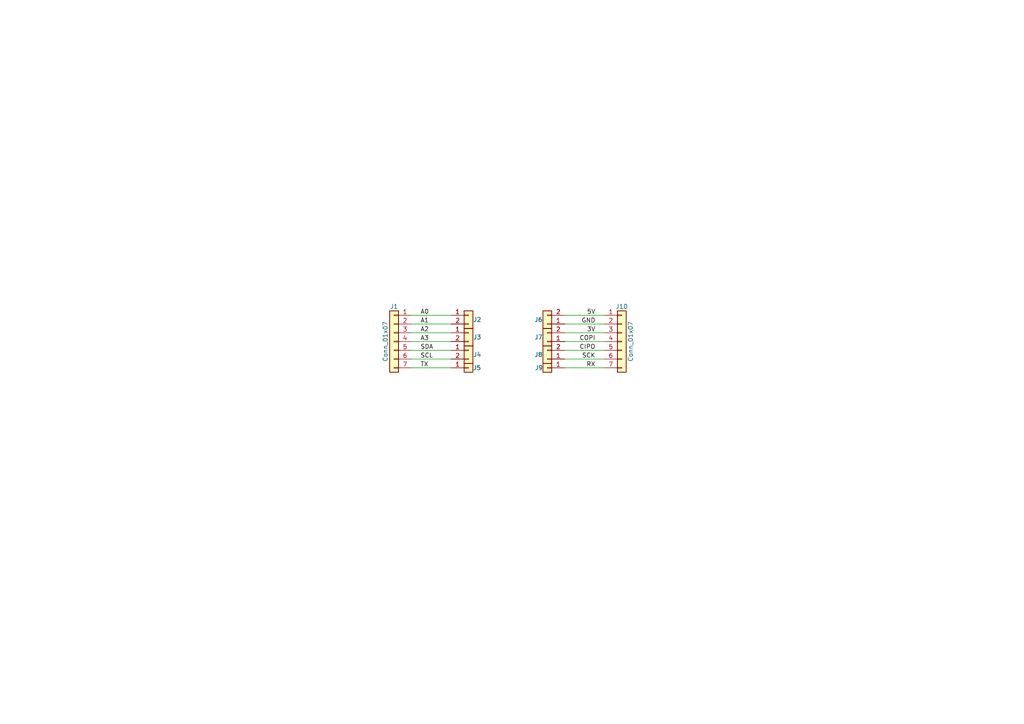
<source format=kicad_sch>
(kicad_sch (version 20211123) (generator eeschema)

  (uuid e63e39d7-6ac0-4ffd-8aa3-1841a4541b55)

  (paper "A4")

  (lib_symbols
    (symbol "Connector_Generic:Conn_01x01" (pin_names (offset 1.016) hide) (in_bom yes) (on_board yes)
      (property "Reference" "J" (id 0) (at 0 2.54 0)
        (effects (font (size 1.27 1.27)))
      )
      (property "Value" "Conn_01x01" (id 1) (at 0 -2.54 0)
        (effects (font (size 1.27 1.27)))
      )
      (property "Footprint" "" (id 2) (at 0 0 0)
        (effects (font (size 1.27 1.27)) hide)
      )
      (property "Datasheet" "~" (id 3) (at 0 0 0)
        (effects (font (size 1.27 1.27)) hide)
      )
      (property "ki_keywords" "connector" (id 4) (at 0 0 0)
        (effects (font (size 1.27 1.27)) hide)
      )
      (property "ki_description" "Generic connector, single row, 01x01, script generated (kicad-library-utils/schlib/autogen/connector/)" (id 5) (at 0 0 0)
        (effects (font (size 1.27 1.27)) hide)
      )
      (property "ki_fp_filters" "Connector*:*_1x??_*" (id 6) (at 0 0 0)
        (effects (font (size 1.27 1.27)) hide)
      )
      (symbol "Conn_01x01_1_1"
        (rectangle (start -1.27 0.127) (end 0 -0.127)
          (stroke (width 0.1524) (type default) (color 0 0 0 0))
          (fill (type none))
        )
        (rectangle (start -1.27 1.27) (end 1.27 -1.27)
          (stroke (width 0.254) (type default) (color 0 0 0 0))
          (fill (type background))
        )
        (pin passive line (at -5.08 0 0) (length 3.81)
          (name "Pin_1" (effects (font (size 1.27 1.27))))
          (number "1" (effects (font (size 1.27 1.27))))
        )
      )
    )
    (symbol "Connector_Generic:Conn_01x02" (pin_names (offset 1.016) hide) (in_bom yes) (on_board yes)
      (property "Reference" "J" (id 0) (at 0 2.54 0)
        (effects (font (size 1.27 1.27)))
      )
      (property "Value" "Conn_01x02" (id 1) (at 0 -5.08 0)
        (effects (font (size 1.27 1.27)))
      )
      (property "Footprint" "" (id 2) (at 0 0 0)
        (effects (font (size 1.27 1.27)) hide)
      )
      (property "Datasheet" "~" (id 3) (at 0 0 0)
        (effects (font (size 1.27 1.27)) hide)
      )
      (property "ki_keywords" "connector" (id 4) (at 0 0 0)
        (effects (font (size 1.27 1.27)) hide)
      )
      (property "ki_description" "Generic connector, single row, 01x02, script generated (kicad-library-utils/schlib/autogen/connector/)" (id 5) (at 0 0 0)
        (effects (font (size 1.27 1.27)) hide)
      )
      (property "ki_fp_filters" "Connector*:*_1x??_*" (id 6) (at 0 0 0)
        (effects (font (size 1.27 1.27)) hide)
      )
      (symbol "Conn_01x02_1_1"
        (rectangle (start -1.27 -2.413) (end 0 -2.667)
          (stroke (width 0.1524) (type default) (color 0 0 0 0))
          (fill (type none))
        )
        (rectangle (start -1.27 0.127) (end 0 -0.127)
          (stroke (width 0.1524) (type default) (color 0 0 0 0))
          (fill (type none))
        )
        (rectangle (start -1.27 1.27) (end 1.27 -3.81)
          (stroke (width 0.254) (type default) (color 0 0 0 0))
          (fill (type background))
        )
        (pin passive line (at -5.08 0 0) (length 3.81)
          (name "Pin_1" (effects (font (size 1.27 1.27))))
          (number "1" (effects (font (size 1.27 1.27))))
        )
        (pin passive line (at -5.08 -2.54 0) (length 3.81)
          (name "Pin_2" (effects (font (size 1.27 1.27))))
          (number "2" (effects (font (size 1.27 1.27))))
        )
      )
    )
    (symbol "Connector_Generic:Conn_01x07" (pin_names (offset 1.016) hide) (in_bom yes) (on_board yes)
      (property "Reference" "J" (id 0) (at 0 10.16 0)
        (effects (font (size 1.27 1.27)))
      )
      (property "Value" "Conn_01x07" (id 1) (at 0 -10.16 0)
        (effects (font (size 1.27 1.27)))
      )
      (property "Footprint" "" (id 2) (at 0 0 0)
        (effects (font (size 1.27 1.27)) hide)
      )
      (property "Datasheet" "~" (id 3) (at 0 0 0)
        (effects (font (size 1.27 1.27)) hide)
      )
      (property "ki_keywords" "connector" (id 4) (at 0 0 0)
        (effects (font (size 1.27 1.27)) hide)
      )
      (property "ki_description" "Generic connector, single row, 01x07, script generated (kicad-library-utils/schlib/autogen/connector/)" (id 5) (at 0 0 0)
        (effects (font (size 1.27 1.27)) hide)
      )
      (property "ki_fp_filters" "Connector*:*_1x??_*" (id 6) (at 0 0 0)
        (effects (font (size 1.27 1.27)) hide)
      )
      (symbol "Conn_01x07_1_1"
        (rectangle (start -1.27 -7.493) (end 0 -7.747)
          (stroke (width 0.1524) (type default) (color 0 0 0 0))
          (fill (type none))
        )
        (rectangle (start -1.27 -4.953) (end 0 -5.207)
          (stroke (width 0.1524) (type default) (color 0 0 0 0))
          (fill (type none))
        )
        (rectangle (start -1.27 -2.413) (end 0 -2.667)
          (stroke (width 0.1524) (type default) (color 0 0 0 0))
          (fill (type none))
        )
        (rectangle (start -1.27 0.127) (end 0 -0.127)
          (stroke (width 0.1524) (type default) (color 0 0 0 0))
          (fill (type none))
        )
        (rectangle (start -1.27 2.667) (end 0 2.413)
          (stroke (width 0.1524) (type default) (color 0 0 0 0))
          (fill (type none))
        )
        (rectangle (start -1.27 5.207) (end 0 4.953)
          (stroke (width 0.1524) (type default) (color 0 0 0 0))
          (fill (type none))
        )
        (rectangle (start -1.27 7.747) (end 0 7.493)
          (stroke (width 0.1524) (type default) (color 0 0 0 0))
          (fill (type none))
        )
        (rectangle (start -1.27 8.89) (end 1.27 -8.89)
          (stroke (width 0.254) (type default) (color 0 0 0 0))
          (fill (type background))
        )
        (pin passive line (at -5.08 7.62 0) (length 3.81)
          (name "Pin_1" (effects (font (size 1.27 1.27))))
          (number "1" (effects (font (size 1.27 1.27))))
        )
        (pin passive line (at -5.08 5.08 0) (length 3.81)
          (name "Pin_2" (effects (font (size 1.27 1.27))))
          (number "2" (effects (font (size 1.27 1.27))))
        )
        (pin passive line (at -5.08 2.54 0) (length 3.81)
          (name "Pin_3" (effects (font (size 1.27 1.27))))
          (number "3" (effects (font (size 1.27 1.27))))
        )
        (pin passive line (at -5.08 0 0) (length 3.81)
          (name "Pin_4" (effects (font (size 1.27 1.27))))
          (number "4" (effects (font (size 1.27 1.27))))
        )
        (pin passive line (at -5.08 -2.54 0) (length 3.81)
          (name "Pin_5" (effects (font (size 1.27 1.27))))
          (number "5" (effects (font (size 1.27 1.27))))
        )
        (pin passive line (at -5.08 -5.08 0) (length 3.81)
          (name "Pin_6" (effects (font (size 1.27 1.27))))
          (number "6" (effects (font (size 1.27 1.27))))
        )
        (pin passive line (at -5.08 -7.62 0) (length 3.81)
          (name "Pin_7" (effects (font (size 1.27 1.27))))
          (number "7" (effects (font (size 1.27 1.27))))
        )
      )
    )
  )


  (wire (pts (xy 130.81 91.44) (xy 119.38 91.44))
    (stroke (width 0) (type default) (color 0 0 0 0))
    (uuid 076ca4ed-6140-46c8-93d9-6479b702ad82)
  )
  (wire (pts (xy 130.81 96.52) (xy 119.38 96.52))
    (stroke (width 0) (type default) (color 0 0 0 0))
    (uuid 329a1b7e-0b95-4d89-bef8-bf9a02365a92)
  )
  (wire (pts (xy 130.81 101.6) (xy 119.38 101.6))
    (stroke (width 0) (type default) (color 0 0 0 0))
    (uuid 350f285a-0c9e-404b-a033-73ca5396c4aa)
  )
  (wire (pts (xy 130.81 99.06) (xy 119.38 99.06))
    (stroke (width 0) (type default) (color 0 0 0 0))
    (uuid 72d1a29a-7888-4cef-991b-6e0289725c8e)
  )
  (wire (pts (xy 175.26 91.44) (xy 163.83 91.44))
    (stroke (width 0) (type default) (color 0 0 0 0))
    (uuid 7a2eb6ff-bff9-4f7f-aeff-db9fe9ef54ef)
  )
  (wire (pts (xy 175.26 104.14) (xy 163.83 104.14))
    (stroke (width 0) (type default) (color 0 0 0 0))
    (uuid 7bc9c4d2-4575-4320-ba58-9b6d80b3e1d6)
  )
  (wire (pts (xy 130.81 104.14) (xy 119.38 104.14))
    (stroke (width 0) (type default) (color 0 0 0 0))
    (uuid 8f2cf97d-78ea-4108-836b-298564b800dc)
  )
  (wire (pts (xy 175.26 99.06) (xy 163.83 99.06))
    (stroke (width 0) (type default) (color 0 0 0 0))
    (uuid 979637dd-61bf-47b7-8600-587950272c2d)
  )
  (wire (pts (xy 175.26 106.68) (xy 163.83 106.68))
    (stroke (width 0) (type default) (color 0 0 0 0))
    (uuid 9c682250-07b9-4144-9daa-9b81994f9b47)
  )
  (wire (pts (xy 175.26 101.6) (xy 163.83 101.6))
    (stroke (width 0) (type default) (color 0 0 0 0))
    (uuid a7114714-8796-4342-8284-995951669523)
  )
  (wire (pts (xy 175.26 93.98) (xy 163.83 93.98))
    (stroke (width 0) (type default) (color 0 0 0 0))
    (uuid c40360a3-490d-478f-a1b1-9b0fa7e038ba)
  )
  (wire (pts (xy 130.81 106.68) (xy 119.38 106.68))
    (stroke (width 0) (type default) (color 0 0 0 0))
    (uuid f43b9764-af46-48f3-b6b3-07ef0b88fa80)
  )
  (wire (pts (xy 175.26 96.52) (xy 163.83 96.52))
    (stroke (width 0) (type default) (color 0 0 0 0))
    (uuid f8dd39b1-54f8-40ac-9a5f-5937322f395c)
  )
  (wire (pts (xy 130.81 93.98) (xy 119.38 93.98))
    (stroke (width 0) (type default) (color 0 0 0 0))
    (uuid fe50bd35-3cd7-4bc8-9739-932459be7abd)
  )

  (label "3V" (at 172.72 96.52 180)
    (effects (font (size 1.27 1.27)) (justify right bottom))
    (uuid 1d0529ce-bcb2-4156-88c8-ec166100bfd8)
  )
  (label "RX" (at 172.72 106.68 180)
    (effects (font (size 1.27 1.27)) (justify right bottom))
    (uuid 3037e557-60aa-477a-925b-de72fb7334d8)
  )
  (label "CIPO" (at 172.72 101.6 180)
    (effects (font (size 1.27 1.27)) (justify right bottom))
    (uuid 39225f1b-1cce-4192-ad86-0d2c5f51757d)
  )
  (label "SDA" (at 121.92 101.6 0)
    (effects (font (size 1.27 1.27)) (justify left bottom))
    (uuid 44931649-f40d-4e32-95f4-0eb24da96d6d)
  )
  (label "A2" (at 121.92 96.52 0)
    (effects (font (size 1.27 1.27)) (justify left bottom))
    (uuid 52732907-a6f5-4819-a8a0-f035f2788ca4)
  )
  (label "A0" (at 121.92 91.44 0)
    (effects (font (size 1.27 1.27)) (justify left bottom))
    (uuid 558884dc-4abc-4734-abeb-da5348d2e3c2)
  )
  (label "GND" (at 172.72 93.98 180)
    (effects (font (size 1.27 1.27)) (justify right bottom))
    (uuid 60768776-9a1f-450a-a8ff-fcd8dfd264e6)
  )
  (label "COPI" (at 172.72 99.06 180)
    (effects (font (size 1.27 1.27)) (justify right bottom))
    (uuid 772c51de-fe33-4bf2-bbbf-31aaa180c4f0)
  )
  (label "A1" (at 121.92 93.98 0)
    (effects (font (size 1.27 1.27)) (justify left bottom))
    (uuid 88bb05ce-a8bb-4128-affa-b74a7c2df80c)
  )
  (label "5V" (at 172.72 91.44 180)
    (effects (font (size 1.27 1.27)) (justify right bottom))
    (uuid 8a4b4ac4-b31a-46da-80fa-ae9eb231ea50)
  )
  (label "TX" (at 121.92 106.68 0)
    (effects (font (size 1.27 1.27)) (justify left bottom))
    (uuid abb2f571-bcdb-4102-98ca-bc485aeb8fbe)
  )
  (label "SCL" (at 121.92 104.14 0)
    (effects (font (size 1.27 1.27)) (justify left bottom))
    (uuid b7cf784b-0b0a-4be4-ac02-bf6934c159cb)
  )
  (label "A3" (at 121.92 99.06 0)
    (effects (font (size 1.27 1.27)) (justify left bottom))
    (uuid bd87c8ae-c0f8-478e-afa3-98b6cb999a88)
  )
  (label "SCK" (at 172.72 104.14 180)
    (effects (font (size 1.27 1.27)) (justify right bottom))
    (uuid f4a69755-57ed-49f1-944f-ad82ca6adee5)
  )

  (symbol (lib_id "Connector_Generic:Conn_01x07") (at 180.34 99.06 0) (unit 1)
    (in_bom yes) (on_board yes)
    (uuid 07e13863-bd02-4902-95bb-751411a906f0)
    (property "Reference" "J10" (id 0) (at 180.34 88.9 0))
    (property "Value" "Conn_01x07" (id 1) (at 182.88 99.06 90))
    (property "Footprint" "Connector_PinHeader_2.54mm:PinHeader_1x07_P2.54mm_Vertical" (id 2) (at 180.34 99.06 0)
      (effects (font (size 1.27 1.27)) hide)
    )
    (property "Datasheet" "~" (id 3) (at 180.34 99.06 0)
      (effects (font (size 1.27 1.27)) hide)
    )
    (pin "1" (uuid 3cef2940-746c-45e3-9107-83eef849fa15))
    (pin "2" (uuid c7b292b0-ac16-4994-a215-fc8f695c12a1))
    (pin "3" (uuid 8cc2e8a9-4547-415e-a335-e319531e3f17))
    (pin "4" (uuid 473fe26e-3508-4fcd-8099-026d2891577e))
    (pin "5" (uuid 6174b230-202a-4544-ac7f-e496c309c9b4))
    (pin "6" (uuid 6f6868f2-ab8b-43a0-9153-05949a122e58))
    (pin "7" (uuid f90dade9-e357-4ff5-906b-e9f94c8a25dc))
  )

  (symbol (lib_id "Connector_Generic:Conn_01x02") (at 135.89 96.52 0) (unit 1)
    (in_bom yes) (on_board yes)
    (uuid 38dc9644-3f25-4fea-be7f-dc59bb933979)
    (property "Reference" "J3" (id 0) (at 138.43 97.79 0))
    (property "Value" "Conn_01x02" (id 1) (at 135.89 92.71 0)
      (effects (font (size 1.27 1.27)) hide)
    )
    (property "Footprint" "FlexyPin:FlexyPin_1x02_P2.54mm" (id 2) (at 135.89 96.52 0)
      (effects (font (size 1.27 1.27)) hide)
    )
    (property "Datasheet" "~" (id 3) (at 135.89 96.52 0)
      (effects (font (size 1.27 1.27)) hide)
    )
    (pin "1" (uuid 66f0fd06-2632-4c2a-ab74-5e72aacc5ac4))
    (pin "2" (uuid d63aaa46-4fd9-43ee-90d0-6e95ef1d21c1))
  )

  (symbol (lib_id "Connector_Generic:Conn_01x02") (at 135.89 101.6 0) (unit 1)
    (in_bom yes) (on_board yes)
    (uuid 8340b077-5809-47c3-bb8e-f85cf9ba0261)
    (property "Reference" "J4" (id 0) (at 138.43 102.87 0))
    (property "Value" "Conn_01x02" (id 1) (at 135.89 97.79 0)
      (effects (font (size 1.27 1.27)) hide)
    )
    (property "Footprint" "FlexyPin:FlexyPin_1x02_P2.54mm" (id 2) (at 135.89 101.6 0)
      (effects (font (size 1.27 1.27)) hide)
    )
    (property "Datasheet" "~" (id 3) (at 135.89 101.6 0)
      (effects (font (size 1.27 1.27)) hide)
    )
    (pin "1" (uuid 3a981967-a911-4463-95e2-2fe050615622))
    (pin "2" (uuid 5df0654c-8d6d-486d-b5f4-0be0de8af6ef))
  )

  (symbol (lib_id "Connector_Generic:Conn_01x07") (at 114.3 99.06 0) (mirror y) (unit 1)
    (in_bom yes) (on_board yes)
    (uuid 9397719b-4a3b-4984-a470-967198532930)
    (property "Reference" "J1" (id 0) (at 114.3 88.9 0))
    (property "Value" "Conn_01x07" (id 1) (at 111.76 99.06 90))
    (property "Footprint" "Connector_PinHeader_2.54mm:PinHeader_1x07_P2.54mm_Vertical" (id 2) (at 114.3 99.06 0)
      (effects (font (size 1.27 1.27)) hide)
    )
    (property "Datasheet" "~" (id 3) (at 114.3 99.06 0)
      (effects (font (size 1.27 1.27)) hide)
    )
    (pin "1" (uuid 097d3097-fa09-4a32-9be1-1cd4c3b41b74))
    (pin "2" (uuid 79783b93-0df9-4b72-a9f5-79822605c3d4))
    (pin "3" (uuid 6480f567-1219-4839-b79c-b60ce0891d2c))
    (pin "4" (uuid a9a879f6-429a-422f-9cd1-9d46c6d9a893))
    (pin "5" (uuid 21ad2d31-87c0-48d0-b099-35e068b945ed))
    (pin "6" (uuid ef14ff7d-933f-4ed7-81b7-b321bc525673))
    (pin "7" (uuid b4771cce-1d27-4bd0-9569-66cea3f85bdb))
  )

  (symbol (lib_id "Connector_Generic:Conn_01x01") (at 158.75 106.68 0) (mirror y) (unit 1)
    (in_bom yes) (on_board yes)
    (uuid a2eb2983-1c94-4f2a-873d-16541b59f1e3)
    (property "Reference" "J9" (id 0) (at 157.48 106.68 0)
      (effects (font (size 1.27 1.27)) (justify left))
    )
    (property "Value" "Conn_01x01" (id 1) (at 156.21 107.9499 0)
      (effects (font (size 1.27 1.27)) (justify left) hide)
    )
    (property "Footprint" "FlexyPin:FlexyPin_1x01_P2.54mm" (id 2) (at 158.75 106.68 0)
      (effects (font (size 1.27 1.27)) hide)
    )
    (property "Datasheet" "~" (id 3) (at 158.75 106.68 0)
      (effects (font (size 1.27 1.27)) hide)
    )
    (pin "1" (uuid b80995d0-7839-43d5-a727-3ceef678a641))
  )

  (symbol (lib_id "Connector_Generic:Conn_01x02") (at 158.75 104.14 180) (unit 1)
    (in_bom yes) (on_board yes)
    (uuid c17f9a6e-6669-4413-9c98-da8cfab7ee0c)
    (property "Reference" "J8" (id 0) (at 156.21 102.87 0))
    (property "Value" "Conn_01x02" (id 1) (at 158.75 107.95 0)
      (effects (font (size 1.27 1.27)) hide)
    )
    (property "Footprint" "FlexyPin:FlexyPin_1x02_P2.54mm" (id 2) (at 158.75 104.14 0)
      (effects (font (size 1.27 1.27)) hide)
    )
    (property "Datasheet" "~" (id 3) (at 158.75 104.14 0)
      (effects (font (size 1.27 1.27)) hide)
    )
    (pin "1" (uuid e0e1083e-d470-4cc8-a23c-a2f0a1a7abb9))
    (pin "2" (uuid caf77c10-b579-412d-9f55-c7c8550f8209))
  )

  (symbol (lib_id "Connector_Generic:Conn_01x01") (at 135.89 106.68 0) (unit 1)
    (in_bom yes) (on_board yes)
    (uuid c5846cc0-93d0-4872-9406-ec1da79ae395)
    (property "Reference" "J5" (id 0) (at 137.16 106.68 0)
      (effects (font (size 1.27 1.27)) (justify left))
    )
    (property "Value" "Conn_01x01" (id 1) (at 138.43 107.9499 0)
      (effects (font (size 1.27 1.27)) (justify left) hide)
    )
    (property "Footprint" "FlexyPin:FlexyPin_1x01_P2.54mm" (id 2) (at 135.89 106.68 0)
      (effects (font (size 1.27 1.27)) hide)
    )
    (property "Datasheet" "~" (id 3) (at 135.89 106.68 0)
      (effects (font (size 1.27 1.27)) hide)
    )
    (pin "1" (uuid c3c92638-d398-4baf-b7f9-d7a2cc915eeb))
  )

  (symbol (lib_id "Connector_Generic:Conn_01x02") (at 158.75 93.98 180) (unit 1)
    (in_bom yes) (on_board yes)
    (uuid d9d99eea-e95c-47df-bd75-733c09f64afa)
    (property "Reference" "J6" (id 0) (at 156.21 92.71 0))
    (property "Value" "Conn_01x02" (id 1) (at 158.75 97.79 0)
      (effects (font (size 1.27 1.27)) hide)
    )
    (property "Footprint" "FlexyPin:FlexyPin_1x02_P2.54mm" (id 2) (at 158.75 93.98 0)
      (effects (font (size 1.27 1.27)) hide)
    )
    (property "Datasheet" "~" (id 3) (at 158.75 93.98 0)
      (effects (font (size 1.27 1.27)) hide)
    )
    (pin "1" (uuid 7cc9fb61-ed72-43d3-af8c-16a483709743))
    (pin "2" (uuid 4e444409-2f71-4269-a487-76cf0aaa14be))
  )

  (symbol (lib_id "Connector_Generic:Conn_01x02") (at 158.75 99.06 180) (unit 1)
    (in_bom yes) (on_board yes)
    (uuid e495bf90-1d84-4eeb-8c61-7adbf3648649)
    (property "Reference" "J7" (id 0) (at 156.21 97.79 0))
    (property "Value" "Conn_01x02" (id 1) (at 158.75 102.87 0)
      (effects (font (size 1.27 1.27)) hide)
    )
    (property "Footprint" "FlexyPin:FlexyPin_1x02_P2.54mm" (id 2) (at 158.75 99.06 0)
      (effects (font (size 1.27 1.27)) hide)
    )
    (property "Datasheet" "~" (id 3) (at 158.75 99.06 0)
      (effects (font (size 1.27 1.27)) hide)
    )
    (pin "1" (uuid 33a7c7d9-2ca9-4953-bb50-e195f3bb5114))
    (pin "2" (uuid 5decb71c-ff8d-4f48-a821-f6552d0c0ce7))
  )

  (symbol (lib_id "Connector_Generic:Conn_01x02") (at 135.89 91.44 0) (unit 1)
    (in_bom yes) (on_board yes)
    (uuid f36700a7-e2c8-4038-a775-abc41bbf709e)
    (property "Reference" "J2" (id 0) (at 138.43 92.71 0))
    (property "Value" "Conn_01x02" (id 1) (at 135.89 87.63 0)
      (effects (font (size 1.27 1.27)) hide)
    )
    (property "Footprint" "FlexyPin:FlexyPin_1x02_P2.54mm" (id 2) (at 135.89 91.44 0)
      (effects (font (size 1.27 1.27)) hide)
    )
    (property "Datasheet" "~" (id 3) (at 135.89 91.44 0)
      (effects (font (size 1.27 1.27)) hide)
    )
    (pin "1" (uuid e2ef12c4-75f3-4569-beb6-523a42fcea97))
    (pin "2" (uuid aa5a4e9a-acc0-47a0-88b1-76bc55e59752))
  )

  (sheet_instances
    (path "/" (page "1"))
  )

  (symbol_instances
    (path "/9397719b-4a3b-4984-a470-967198532930"
      (reference "J1") (unit 1) (value "Conn_01x07") (footprint "Connector_PinHeader_2.54mm:PinHeader_1x07_P2.54mm_Vertical")
    )
    (path "/f36700a7-e2c8-4038-a775-abc41bbf709e"
      (reference "J2") (unit 1) (value "Conn_01x02") (footprint "FlexyPin:FlexyPin_1x02_P2.54mm")
    )
    (path "/38dc9644-3f25-4fea-be7f-dc59bb933979"
      (reference "J3") (unit 1) (value "Conn_01x02") (footprint "FlexyPin:FlexyPin_1x02_P2.54mm")
    )
    (path "/8340b077-5809-47c3-bb8e-f85cf9ba0261"
      (reference "J4") (unit 1) (value "Conn_01x02") (footprint "FlexyPin:FlexyPin_1x02_P2.54mm")
    )
    (path "/c5846cc0-93d0-4872-9406-ec1da79ae395"
      (reference "J5") (unit 1) (value "Conn_01x01") (footprint "FlexyPin:FlexyPin_1x01_P2.54mm")
    )
    (path "/d9d99eea-e95c-47df-bd75-733c09f64afa"
      (reference "J6") (unit 1) (value "Conn_01x02") (footprint "FlexyPin:FlexyPin_1x02_P2.54mm")
    )
    (path "/e495bf90-1d84-4eeb-8c61-7adbf3648649"
      (reference "J7") (unit 1) (value "Conn_01x02") (footprint "FlexyPin:FlexyPin_1x02_P2.54mm")
    )
    (path "/c17f9a6e-6669-4413-9c98-da8cfab7ee0c"
      (reference "J8") (unit 1) (value "Conn_01x02") (footprint "FlexyPin:FlexyPin_1x02_P2.54mm")
    )
    (path "/a2eb2983-1c94-4f2a-873d-16541b59f1e3"
      (reference "J9") (unit 1) (value "Conn_01x01") (footprint "FlexyPin:FlexyPin_1x01_P2.54mm")
    )
    (path "/07e13863-bd02-4902-95bb-751411a906f0"
      (reference "J10") (unit 1) (value "Conn_01x07") (footprint "Connector_PinHeader_2.54mm:PinHeader_1x07_P2.54mm_Vertical")
    )
  )
)

</source>
